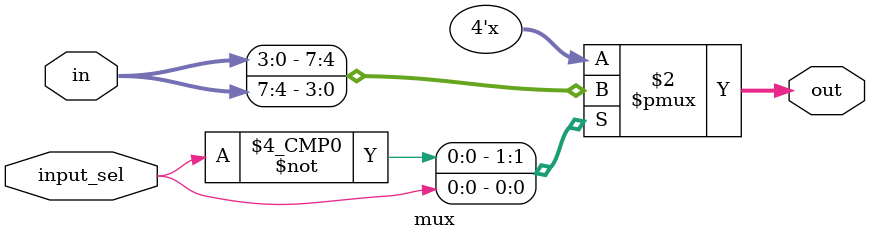
<source format=v>
`timescale 1ns / 1ns


module mux(
 output reg [3:0] out,
 input [7:0] in,
 input input_sel 
    );
always @ (*)
 begin
  case(input_sel)
   1'b0 : out = in[3:0];
   1'b1 : out = in[7:4];
  endcase
 end 


endmodule

</source>
